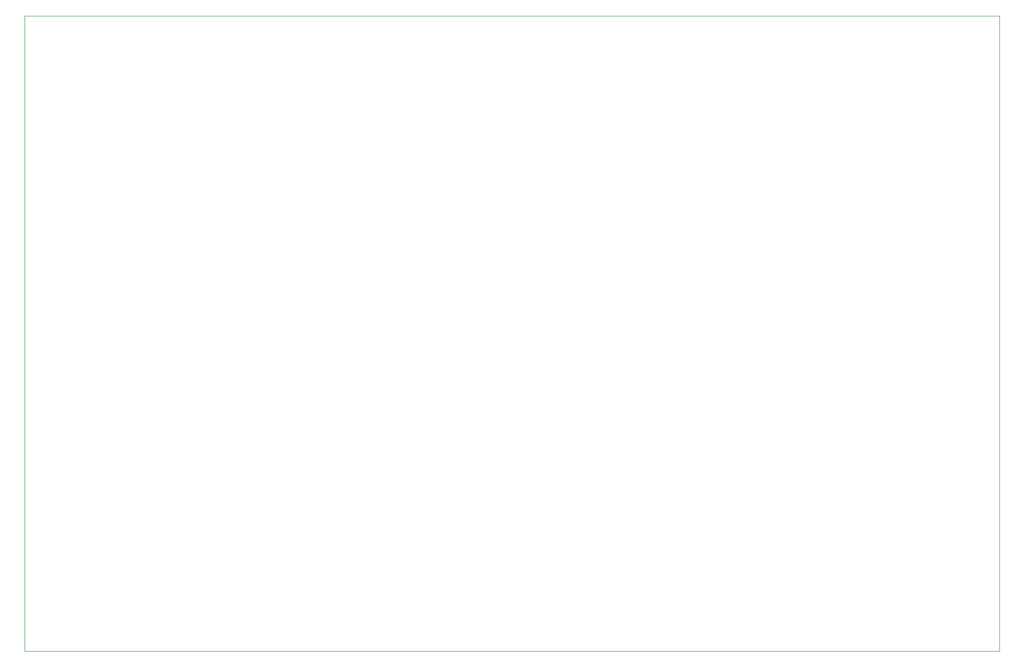
<source format=gbr>
%TF.GenerationSoftware,KiCad,Pcbnew,(5.1.6)-1*%
%TF.CreationDate,2020-07-18T16:30:58-07:00*%
%TF.ProjectId,BPEM488 Inputs,4250454d-3438-4382-9049-6e707574732e,rev?*%
%TF.SameCoordinates,Original*%
%TF.FileFunction,Profile,NP*%
%FSLAX46Y46*%
G04 Gerber Fmt 4.6, Leading zero omitted, Abs format (unit mm)*
G04 Created by KiCad (PCBNEW (5.1.6)-1) date 2020-07-18 16:30:58*
%MOMM*%
%LPD*%
G01*
G04 APERTURE LIST*
%TA.AperFunction,Profile*%
%ADD10C,0.050000*%
%TD*%
G04 APERTURE END LIST*
D10*
X45720000Y-38100000D02*
X44450000Y-38100000D01*
X44450000Y-149860000D02*
X44450000Y-38100000D01*
X215900000Y-149860000D02*
X44450000Y-149860000D01*
X215900000Y-38100000D02*
X215900000Y-149860000D01*
X45720000Y-38100000D02*
X215900000Y-38100000D01*
M02*

</source>
